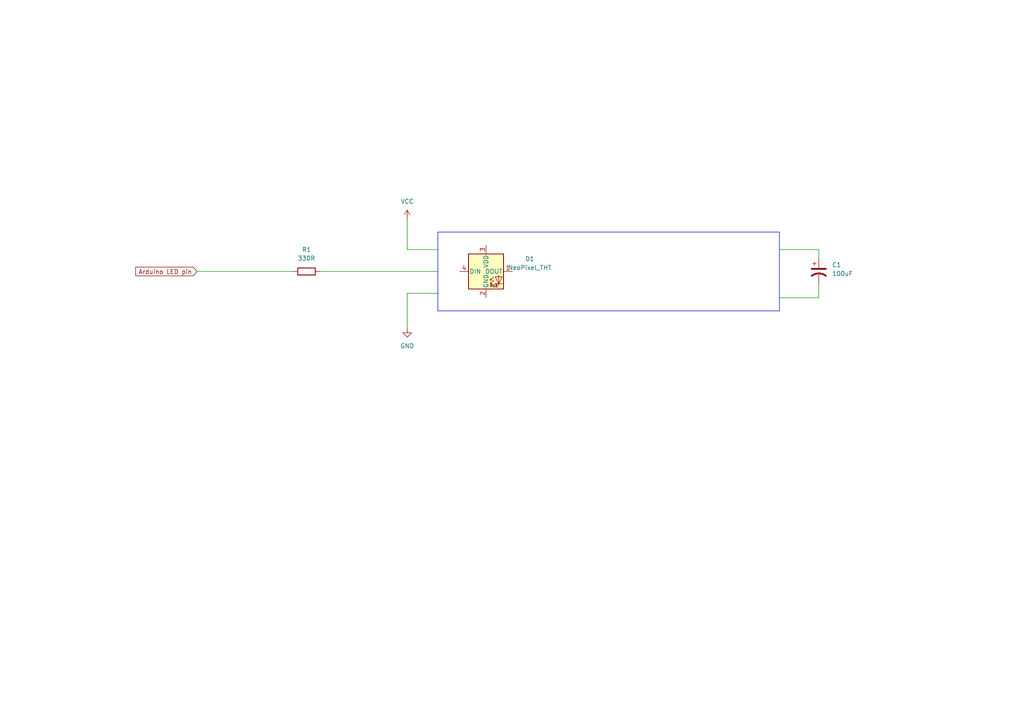
<source format=kicad_sch>
(kicad_sch (version 20230121) (generator eeschema)
  (paper "A4")
  (lib_symbols
    (symbol "Device:C_Polarized_US" (pin_numbers hide) (pin_names (offset 0.254) hide)
      (property "Reference" "C" (at 0.635 2.54 0))
      (property "Value" "C_Polarized_US" (at 0.635 -2.54 0))
      (symbol "C_Polarized_US_0_1"
        (polyline (pts (xy -2.032 0.762) (xy 2.032 0.762)) (stroke (width 0.508)))
        (polyline (pts (xy -1.778 2.286) (xy -0.762 2.286)))
        (polyline (pts (xy -1.27 1.778) (xy -1.27 2.794)))
        (arc (start 2.032 -1.27) (mid 0 -0.5572) (end -2.032 -1.27) (stroke (width 0.508)))
      )
      (symbol "C_Polarized_US_1_1"
        (pin passive line (at 0 3.81 270) (length 2.794) (name "~") (number "1"))
        (pin passive line (at 0 -3.81 90) (length 3.302) (name "~") (number "2"))
      )
    )
    (symbol "Device:R" (pin_numbers hide) (pin_names (offset 0))
      (property "Reference" "R" (at 2.032 0 90))
      (property "Value" "R" (at 0 0 90))
      (symbol "R_0_1"
        (rectangle (start -1.016 -2.54) (end 1.016 2.54) (stroke (width 0.254)))
      )
      (symbol "R_1_1"
        (pin passive line (at 0 3.81 270) (length 1.27) (name "~") (number "1"))
        (pin passive line (at 0 -3.81 90) (length 1.27) (name "~") (number "2"))
      )
    )
    (symbol "LED:NeoPixel_THT" (pin_names (offset 0.254))
      (property "Reference" "D" (at 5.08 5.715 0))
      (property "Value" "NeoPixel_THT" (at 1.27 -5.715 0))
      (symbol "NeoPixel_THT_0_0"
        (text "RGB" (at 2.286 -4.191 0) (effects (font (size 0.762 0.762))))
      )
      (symbol "NeoPixel_THT_0_1"
        (polyline (pts (xy 1.27 -3.556) (xy 1.778 -3.556)))
        (polyline (pts (xy 1.27 -2.54) (xy 1.778 -2.54)))
        (polyline (pts (xy 4.699 -3.556) (xy 2.667 -3.556)))
        (polyline (pts (xy 2.286 -2.54) (xy 1.27 -3.556) (xy 1.27 -3.048)))
        (polyline (pts (xy 2.286 -1.524) (xy 1.27 -2.54) (xy 1.27 -2.032)))
        (polyline (pts (xy 3.683 -1.016) (xy 3.683 -3.556) (xy 3.683 -4.064)))
        (polyline (pts (xy 4.699 -1.524) (xy 2.667 -1.524) (xy 3.683 -3.556) (xy 4.699 -1.524)))
        (rectangle (start 5.08 5.08) (end -5.08 -5.08) (stroke (width 0.254)) (fill (type background)))
      )
      (symbol "NeoPixel_THT_1_1"
        (pin output line (at 7.62 0 180) (length 2.54) (name "DOUT") (number "1"))
        (pin power_in line (at 0 -7.62 90) (length 2.54) (name "GND") (number "2"))
        (pin power_in line (at 0 7.62 270) (length 2.54) (name "VDD") (number "3"))
        (pin input line (at -7.62 0 0) (length 2.54) (name "DIN") (number "4"))
      )
    )
    (symbol "power:GND" (power) (pin_names (offset 0))
      (property "Value" "GND" (at 0 -3.81 0))
      (symbol "GND_0_1"
        (polyline (pts (xy 0 0) (xy 0 -1.27) (xy 1.27 -1.27) (xy 0 -2.54) (xy -1.27 -1.27) (xy 0 -1.27)))
      )
      (symbol "GND_1_1"
        (pin power_in line (at 0 0 270) (length 0) hide (name "GND") (number "1"))
      )
    )
    (symbol "power:VCC" (power) (pin_names (offset 0))
      (property "Value" "VCC" (at 0 3.81 0))
      (symbol "VCC_0_1"
        (polyline (pts (xy -0.762 1.27) (xy 0 2.54)))
        (polyline (pts (xy 0 0) (xy 0 2.54)))
        (polyline (pts (xy 0 2.54) (xy 0.762 1.27)))
      )
      (symbol "VCC_1_1"
        (pin power_in line (at 0 0 90) (length 0) hide (name "VCC") (number "1"))
      )
    )
  )
  (wire (pts (xy 226.06 72.39) (xy 237.49 72.39)))
  (wire (pts (xy 118.11 72.39) (xy 118.11 63.5)))
  (wire (pts (xy 118.11 85.09) (xy 118.11 95.25)))
  (wire (pts (xy 226.06 86.36) (xy 237.49 86.36)))
  (wire (pts (xy 127 72.39) (xy 118.11 72.39)))
  (wire (pts (xy 92.71 78.74) (xy 127 78.74)))
  (wire (pts (xy 237.49 74.93) (xy 237.49 72.39)))
  (wire (pts (xy 237.49 82.55) (xy 237.49 86.36)))
  (wire (pts (xy 127 85.09) (xy 118.11 85.09)))
  (wire (pts (xy 57.15 78.74) (xy 85.09 78.74)))
  (rectangle (start 127 67.31) (end 226.06 90.17))
  (global_label "Arduino LED pin" (shape input) (at 57.15 78.74 180) (property "Intersheetrefs" "${INTERSHEET_REFS}" (effects hide)))
  (symbol (lib_id "Device:C_Polarized_US") (at 237.49 78.74 0) (unit 1)
    (property "Reference" "C1" (at 241.3 76.835 0) (effects (justify left)))
    (property "Value" "100uF" (at 241.3 79.375 0) (effects (justify left)))
  )
  (symbol (lib_id "power:GND") (at 118.11 95.25 0) (unit 1)
    (property "Reference" "#PWR01" (effects hide))
    (property "Value" "GND" (at 118.11 100.33 0))
  )
  (symbol (lib_id "Device:R") (at 88.9 78.74 90) (unit 1)
    (property "Reference" "R1" (at 88.9 72.39 90))
    (property "Value" "330R" (at 88.9 74.93 90))
  )
  (symbol (lib_id "LED:NeoPixel_THT") (at 140.97 78.74 0) (unit 1)
    (property "Reference" "D1" (at 153.67 75.0921 0))
    (property "Value" "NeoPixel_THT" (at 153.67 77.6321 0))
    (property "Datasheet" "https://www.adafruit.com/product/1938" (effects hide))
  )
  (symbol (lib_id "power:VCC") (at 118.11 63.5 0) (unit 1)
    (property "Reference" "#PWR02" (effects hide))
    (property "Value" "VCC" (at 118.11 58.42 0))
  )
)
</source>
